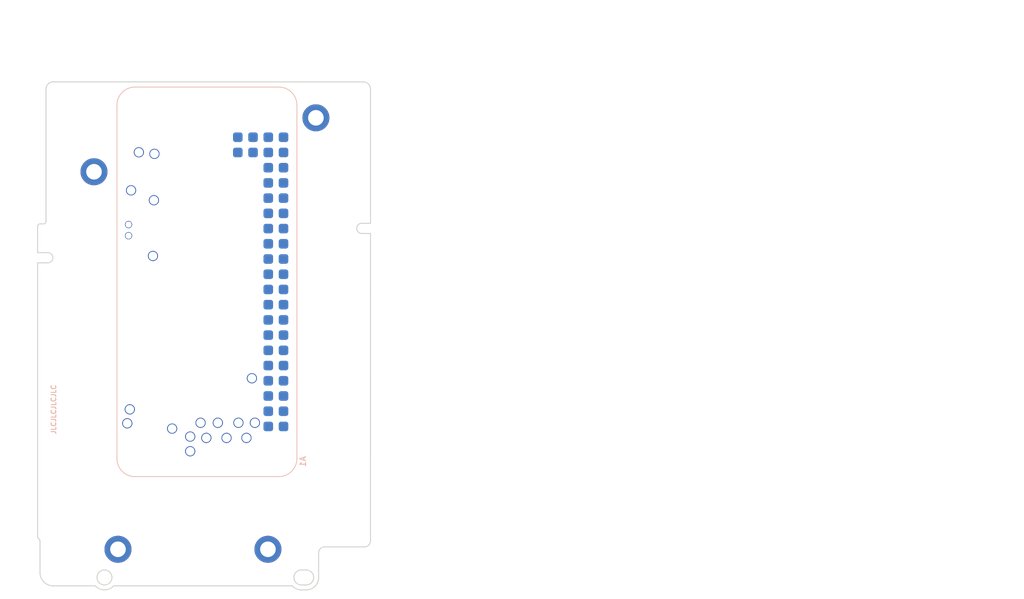
<source format=kicad_pcb>
(kicad_pcb (version 20211014) (generator pcbnew)
  (layers (0 "F.Cu" signal) (31 "B.Cu" signal) (34 "B.Paste" user) (35 "F.Paste" user) (36 "B.SilkS" user "B.Silkscreen") (37 "F.SilkS" user "F.Silkscreen") (38 "B.Mask" user) (39 "F.Mask" user) (44 "Edge.Cuts" user))
  (net 0 "")
  (footprint "pipod_hw:MountingHole_PiPod" (layer "F.Cu") (at 0 0)
    (fp_text reference "H1")
    (fp_text value "MountingHole_PiPod")
    (pad "1" thru_hole circle (at 8 27) (size 4.5 4.5) (drill 2.6) (layers *.Cu *.Mask))
    (pad "2" thru_hole circle (at 45 18) (size 4.5 4.5) (drill 2.6) (layers *.Cu *.Mask))
    (pad "3" thru_hole circle (at 12 90) (size 4.5 4.5) (drill 2.6) (layers *.Cu *.Mask))
    (pad "4" thru_hole circle (at 37 90) (size 4.5 4.5) (drill 2.6) (layers *.Cu *.Mask))
  )
  (footprint "Gigahawk:RASPI_ZERO_1_3_SMT_LOW_PROFILE" (layer "B.Cu") (at 41.829 77.871 90)
    (fp_text reference "A1" (at 2.5 1 90) (layer "B.SilkS") (effects (justify mirror)))
    (fp_text value "RASPBERRY_PI_ZERO_SMT")
    (fp_line (start 65 -27) (end 65 -3) (layer "B.SilkS") (width 0.12))
    (fp_line (start 0 -27) (end 0 -3) (layer "B.SilkS") (width 0.12))
    (fp_line (start 62 0) (end 3 0) (layer "B.SilkS") (width 0.12))
    (fp_line (start 62 -30) (end 3 -30) (layer "B.SilkS") (width 0.12))
    (fp_arc (start 62 -30) (mid 64.12132 -29.12132) (end 65 -27) (layer "B.SilkS") (width 0.12))
    (fp_arc (start 65 -3) (mid 64.12132 -0.87868) (end 62 0) (layer "B.SilkS") (width 0.12))
    (fp_arc (start 0 -27) (mid 0.87868 -29.12132) (end 3 -30) (layer "B.SilkS") (width 0.12))
    (fp_arc (start 3 0) (mid 0.87868 -0.87868) (end 0 -3) (layer "B.SilkS") (width 0.12))
    (pad "" np_thru_hole oval (at 17.86 -23.965 90) (size 1 1.75) (drill oval 1 1.75) (layers *.Cu *.Mask))
    (pad "" np_thru_hole oval (at 7 -23.965 90) (size 1 1.75) (drill oval 1 1.75) (layers *.Cu *.Mask))
    (pad "" np_thru_hole oval (at 7 -28.535 90) (size 1 1.51) (drill oval 1 1.51) (layers *.Cu *.Mask))
    (pad "" np_thru_hole oval (at 17.86 -28.535 90) (size 1 1.51) (drill oval 1 1.51) (layers *.Cu *.Mask))
    (pad "1" smd roundrect (at 8.37 -4.77 90) (size 1.6 1.6) (layers "B.Cu" "B.Paste" "B.Mask"))
    (pad "2" smd roundrect (at 8.37 -2.23 90) (size 1.6 1.6) (layers "B.Cu" "B.Paste" "B.Mask"))
    (pad "3" smd roundrect (at 10.91 -4.77 90) (size 1.6 1.6) (layers "B.Cu" "B.Paste" "B.Mask"))
    (pad "4" smd roundrect (at 10.91 -2.23 90) (size 1.6 1.6) (layers "B.Cu" "B.Paste" "B.Mask"))
    (pad "5" smd roundrect (at 13.45 -4.77 90) (size 1.6 1.6) (layers "B.Cu" "B.Paste" "B.Mask"))
    (pad "6" smd roundrect (at 13.45 -2.23 90) (size 1.6 1.6) (layers "B.Cu" "B.Paste" "B.Mask"))
    (pad "7" smd roundrect (at 15.99 -4.77 90) (size 1.6 1.6) (layers "B.Cu" "B.Paste" "B.Mask"))
    (pad "8" smd roundrect (at 15.99 -2.23 90) (size 1.6 1.6) (layers "B.Cu" "B.Paste" "B.Mask"))
    (pad "9" smd roundrect (at 18.53 -4.77 90) (size 1.6 1.6) (layers "B.Cu" "B.Paste" "B.Mask"))
    (pad "10" smd roundrect (at 18.53 -2.23 90) (size 1.6 1.6) (layers "B.Cu" "B.Paste" "B.Mask"))
    (pad "11" smd roundrect (at 21.07 -4.77 90) (size 1.6 1.6) (layers "B.Cu" "B.Paste" "B.Mask"))
    (pad "12" smd roundrect (at 21.07 -2.23 90) (size 1.6 1.6) (layers "B.Cu" "B.Paste" "B.Mask"))
    (pad "13" smd roundrect (at 23.61 -4.77 90) (size 1.6 1.6) (layers "B.Cu" "B.Paste" "B.Mask"))
    (pad "14" smd roundrect (at 23.61 -2.23 90) (size 1.6 1.6) (layers "B.Cu" "B.Paste" "B.Mask"))
    (pad "15" smd roundrect (at 26.15 -4.77 90) (size 1.6 1.6) (layers "B.Cu" "B.Paste" "B.Mask"))
    (pad "16" smd roundrect (at 26.15 -2.23 90) (size 1.6 1.6) (layers "B.Cu" "B.Paste" "B.Mask"))
    (pad "17" smd roundrect (at 28.69 -4.77 90) (size 1.6 1.6) (layers "B.Cu" "B.Paste" "B.Mask"))
    (pad "18" smd roundrect (at 28.69 -2.23 90) (size 1.6 1.6) (layers "B.Cu" "B.Paste" "B.Mask"))
    (pad "19" smd roundrect (at 31.23 -4.77 90) (size 1.6 1.6) (layers "B.Cu" "B.Paste" "B.Mask"))
    (pad "20" smd roundrect (at 31.23 -2.23 90) (size 1.6 1.6) (layers "B.Cu" "B.Paste" "B.Mask"))
    (pad "21" smd roundrect (at 33.77 -4.77 90) (size 1.6 1.6) (layers "B.Cu" "B.Paste" "B.Mask"))
    (pad "22" smd roundrect (at 33.77 -2.23 90) (size 1.6 1.6) (layers "B.Cu" "B.Paste" "B.Mask"))
    (pad "23" smd roundrect (at 36.31 -4.77 90) (size 1.6 1.6) (layers "B.Cu" "B.Paste" "B.Mask"))
    (pad "24" smd roundrect (at 36.31 -2.23 90) (size 1.6 1.6) (layers "B.Cu" "B.Paste" "B.Mask"))
    (pad "25" smd roundrect (at 38.85 -4.77 90) (size 1.6 1.6) (layers "B.Cu" "B.Paste" "B.Mask"))
    (pad "26" smd roundrect (at 38.85 -2.23 90) (size 1.6 1.6) (layers "B.Cu" "B.Paste" "B.Mask"))
    (pad "27" smd roundrect (at 41.39 -4.77 90) (size 1.6 1.6) (layers "B.Cu" "B.Paste" "B.Mask"))
    (pad "28" smd roundrect (at 41.39 -2.23 90) (size 1.6 1.6) (layers "B.Cu" "B.Paste" "B.Mask"))
    (pad "29" smd roundrect (at 43.93 -4.77 90) (size 1.6 1.6) (layers "B.Cu" "B.Paste" "B.Mask"))
    (pad "30" smd roundrect (at 43.93 -2.23 90) (size 1.6 1.6) (layers "B.Cu" "B.Paste" "B.Mask"))
    (pad "31" smd roundrect (at 46.47 -4.77 90) (size 1.6 1.6) (layers "B.Cu" "B.Paste" "B.Mask"))
    (pad "32" smd roundrect (at 46.47 -2.23 90) (size 1.6 1.6) (layers "B.Cu" "B.Paste" "B.Mask"))
    (pad "33" smd roundrect (at 49.01 -4.77 90) (size 1.6 1.6) (layers "B.Cu" "B.Paste" "B.Mask"))
    (pad "34" smd roundrect (at 49.01 -2.23 90) (size 1.6 1.6) (layers "B.Cu" "B.Paste" "B.Mask"))
    (pad "35" smd roundrect (at 51.55 -4.77 90) (size 1.6 1.6) (layers "B.Cu" "B.Paste" "B.Mask"))
    (pad "36" smd roundrect (at 51.55 -2.23 90) (size 1.6 1.6) (layers "B.Cu" "B.Paste" "B.Mask"))
    (pad "37" smd roundrect (at 54.09 -4.77 90) (size 1.6 1.6) (layers "B.Cu" "B.Paste" "B.Mask"))
    (pad "38" smd roundrect (at 54.09 -2.23 90) (size 1.6 1.6) (layers "B.Cu" "B.Paste" "B.Mask"))
    (pad "39" smd roundrect (at 56.63 -4.77 90) (size 1.6 1.6) (layers "B.Cu" "B.Paste" "B.Mask"))
    (pad "40" smd roundrect (at 56.63 -2.23 90) (size 1.6 1.6) (layers "B.Cu" "B.Paste" "B.Mask"))
    (pad "PP1" thru_hole circle (at 53.86 -23.75 90) (size 1.7 1.7) (drill 1.4) (layers *.Cu *.Mask))
    (pad "PP5" thru_hole circle (at 8.98 -7 90) (size 1.7 1.7) (drill 1.4) (layers *.Cu *.Mask))
    (pad "PP6" thru_hole circle (at 54.12 -26.35 90) (size 1.7 1.7) (drill 1.4) (layers *.Cu *.Mask))
    (pad "PP8" thru_hole circle (at 16.41 -7.5 90) (size 1.7 1.7) (drill 1.4) (layers *.Cu *.Mask))
    (pad "PP9" thru_hole circle (at 36.82 -24 90) (size 1.7 1.7) (drill 1.4) (layers *.Cu *.Mask))
    (pad "PP14" thru_hole circle (at 6.46 -11.73 90) (size 1.7 1.7) (drill 1.4) (layers *.Cu *.Mask))
    (pad "PP15" thru_hole circle (at 8.98 -16.06 90) (size 1.7 1.7) (drill 1.4) (layers *.Cu *.Mask))
    (pad "PP16" thru_hole circle (at 8.98 -9.75 90) (size 1.7 1.7) (drill 1.4) (layers *.Cu *.Mask))
    (pad "PP17" thru_hole circle (at 6.46 -8.41 90) (size 1.7 1.7) (drill 1.4) (layers *.Cu *.Mask))
    (pad "PP18" thru_hole circle (at 8.98 -13.18 90) (size 1.7 1.7) (drill 1.4) (layers *.Cu *.Mask))
    (pad "PP19" thru_hole circle (at 6.46 -15.1 90) (size 1.7 1.7) (drill 1.4) (layers *.Cu *.Mask))
    (pad "PP20" thru_hole circle (at 8.01 -20.8 90) (size 1.7 1.7) (drill 1.4) (layers *.Cu *.Mask))
    (pad "PP22" thru_hole circle (at 42.06 -28.07 90) (size 1.2 1.2) (drill 1) (layers *.Cu *.Mask))
    (pad "PP23" thru_hole circle (at 40.2 -28.07 90) (size 1.2 1.2) (drill 1) (layers *.Cu *.Mask))
    (pad "PP35" thru_hole circle (at 47.77 -27.65 90) (size 1.7 1.7) (drill 1.4) (layers *.Cu *.Mask))
    (pad "PP36" thru_hole circle (at 4.23 -17.79 90) (size 1.7 1.7) (drill 1.4) (layers *.Cu *.Mask))
    (pad "PP37" thru_hole circle (at 8.89 -28.28 90) (size 1.7 1.7) (drill 1.4) (layers *.Cu *.Mask))
    (pad "PP38" thru_hole circle (at 11.22 -27.86 90) (size 1.7 1.7) (drill 1.4) (layers *.Cu *.Mask))
    (pad "PP39" thru_hole circle (at 6.68 -17.79 90) (size 1.7 1.7) (drill 1.4) (layers *.Cu *.Mask))
    (pad "PP40" thru_hole circle (at 46.12 -23.84 90) (size 1.7 1.7) (drill 1.4) (layers *.Cu *.Mask))
    (pad "RUN1" smd roundrect (at 54.09 -7.31 90) (size 1.6 1.6) (layers "B.Cu" "B.Paste" "B.Mask"))
    (pad "RUN2" smd roundrect (at 56.63 -7.31 90) (size 1.6 1.6) (layers "B.Cu" "B.Paste" "B.Mask"))
    (pad "TV1" smd roundrect (at 54.09 -9.85 90) (size 1.6 1.6) (layers "B.Cu" "B.Paste" "B.Mask"))
    (pad "TV2" smd roundrect (at 56.63 -9.85 90) (size 1.6 1.6) (layers "B.Cu" "B.Paste" "B.Mask"))
  )
  (gr_arc (start 42.581683 96.775337) (mid 41.744731 96.598948) (end 41.05 96.1) (layer "Edge.Cuts") (width 0.16))
  (gr_line (start 54.1 37.3) (end 54.1 47.3) (layer "Edge.Cuts") (width 0.16))
  (gr_line (start 11.281573 96.100467) (end 39 96.1) (layer "Edge.Cuts") (width 0.16))
  (gr_line (start 1.2 96.1) (end 8.218 96.1) (layer "Edge.Cuts") (width 0.16))
  (gr_line (start -1.4 42.2) (end 0.3 42.2) (layer "Edge.Cuts") (width 0.16))
  (gr_arc (start 42.582 95.95) (mid 41.332 94.7) (end 42.582 93.45) (layer "Edge.Cuts") (width 0.16))
  (gr_line (start 54.1 47.3) (end 54.098779 88.598818) (layer "Edge.Cuts") (width 0.16))
  (gr_line (start 0 35.3) (end 0 13.2) (layer "Edge.Cuts") (width 0.16))
  (gr_line (start -1 35.7) (end -0.4 35.7) (layer "Edge.Cuts") (width 0.16))
  (gr_circle (center 9.75 94.7) (end 8.5 94.7) (layer "Edge.Cuts") (width 0.16) (fill none))
  (gr_arc (start 52.9 12) (mid 53.748528 12.351472) (end 54.1 13.2) (layer "Edge.Cuts") (width 0.16))
  (gr_arc (start 52.65 37.3) (mid 51.8 36.45) (end 52.65 35.6) (layer "Edge.Cuts") (width 0.16))
  (gr_line (start 46.457 89.59879) (end 53.098779 89.59879) (layer "Edge.Cuts") (width 0.16))
  (gr_line (start 52.65 37.3) (end 54.1 37.3) (layer "Edge.Cuts") (width 0.16))
  (gr_line (start 42.582 95.95) (end 43.382 95.95) (layer "Edge.Cuts") (width 0.16))
  (gr_arc (start 45.457 94.699999) (mid 44.849247 96.167246) (end 43.382 96.775) (layer "Edge.Cuts") (width 0.16))
  (gr_line (start 1.2 12) (end 52.9 12) (layer "Edge.Cuts") (width 0.16))
  (gr_arc (start 45.457 90.59879) (mid 45.749897 89.89169) (end 46.457 89.59879) (layer "Edge.Cuts") (width 0.16))
  (gr_line (start 54.1 13.2) (end 54.1 35.6) (layer "Edge.Cuts") (width 0.16))
  (gr_arc (start 0.3 40.5) (mid 1.15 41.35) (end 0.3 42.2) (layer "Edge.Cuts") (width 0.16))
  (gr_line (start 52.65 35.6) (end 54.1 35.6) (layer "Edge.Cuts") (width 0.16))
  (gr_arc (start -1.4 36.1) (mid -1.282843 35.817157) (end -1 35.7) (layer "Edge.Cuts") (width 0.16))
  (gr_line (start 42.581683 96.775337) (end 43.382 96.775) (layer "Edge.Cuts") (width 0.16))
  (gr_line (start 42.582 93.45) (end 43.382 93.45) (layer "Edge.Cuts") (width 0.16))
  (gr_line (start -1.4 36.1) (end -1.4 40.5) (layer "Edge.Cuts") (width 0.16))
  (gr_arc (start -1.282843 88.182843) (mid -1.369552 88.053074) (end -1.4 87.9) (layer "Edge.Cuts") (width 0.16))
  (gr_line (start -1.4 42.2) (end -1.4 87.9) (layer "Edge.Cuts") (width 0.16))
  (gr_line (start 45.457 94.699999) (end 45.457 90.59879) (layer "Edge.Cuts") (width 0.16))
  (gr_line (start -1 88.631) (end -1 93.9) (layer "Edge.Cuts") (width 0.16))
  (gr_arc (start -1.117157 88.348157) (mid -1.030448 88.477926) (end -1 88.631) (layer "Edge.Cuts") (width 0.16))
  (gr_line (start 39 96.1) (end 41.05 96.1) (layer "Edge.Cuts") (width 0.16))
  (gr_arc (start 0 13.2) (mid 0.351472 12.351472) (end 1.2 12) (layer "Edge.Cuts") (width 0.16))
  (gr_arc (start 1.2 96.1) (mid -0.355635 95.455635) (end -1 93.9) (layer "Edge.Cuts") (width 0.16))
  (gr_arc (start 0 35.3) (mid -0.117157 35.582843) (end -0.4 35.7) (layer "Edge.Cuts") (width 0.16))
  (gr_line (start -1.282843 88.182843) (end -1.117157 88.348157) (layer "Edge.Cuts") (width 0.16))
  (gr_line (start -1.4 40.5) (end 0.3 40.5) (layer "Edge.Cuts") (width 0.16))
  (gr_arc (start 54.098779 88.598818) (mid 53.805878 89.305906) (end 53.098779 89.59879) (layer "Edge.Cuts") (width 0.16))
  (gr_arc (start 11.281573 96.100467) (mid 9.749684 96.775337) (end 8.218 96.1) (layer "Edge.Cuts") (width 0.16))
  (gr_arc (start 43.382 93.45) (mid 44.632 94.7) (end 43.382 95.95) (layer "Edge.Cuts") (width 0.16))
  (gr_text "JLCJLCJLCJLC\n" (at 1.27 66.675 90) (layer "B.SilkS") (effects (font (size 0.8 0.8))))
)
</source>
